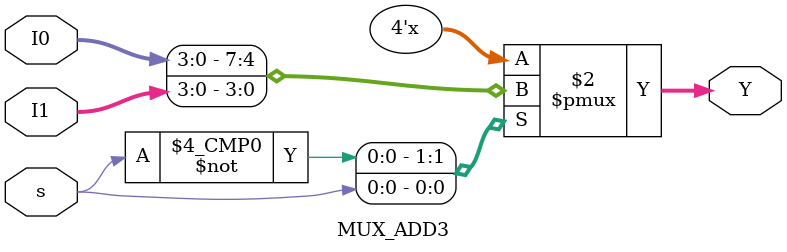
<source format=sv>
module BinToBCD
(
	input [7:0] A,
	output [11:0] B
);

logic [3:0] C1, C2, C3, C4, C5, C6, C7;
logic zero;
 
assign zero = 1'b0;

ADD3 ADD3_1 (.A({zero, A[7:5]}), .B(C1));

ADD3 ADD3_2 (.A({C1[2:0], A[4]}), .B(C2));

ADD3 ADD3_3 (.A({C2[2:0], A[3]}), .B(C3));

ADD3 ADD3_4 (.A({C3[2:0], A[2]}), .B(C4));

ADD3 ADD3_5 (.A({zero, C1[3], C2[3], C3[3]}), .B(C5));

ADD3 ADD3_6 (.A({C4[2:0], A[1]}), .B(C6));

ADD3 ADD3_7 (.A({C5[2:0], C4[3]}), .B(C7));


assign B = {zero, zero, C5[3], C7[3:0], C6[3:0], A[0]};


endmodule 


//-----------------ADD_3_Conditional------------------

module ADD3
(
	input [3:0] A,
	output [3:0] B
);

logic [3:0] three, four;
logic null1, null2, null3, sel;
logic [3:0] sum;

assign three = 4'b0011;
assign four = 4'b0100;

MUX_ADD3	MUX_ADDCondition (.s(sel), .I0(A), .I1(sum), .Y(B));


COMPARATOR_4bits	Compa (.A(A), .B(four), .E(null1), .G(sel), .L(null2));


ADDER_4bits	ADD3 (.A(A), .B(three), .Sum(sum), .Cout(null3));



endmodule 


//-----------------ADD_3_Conditional------------------

module MUX_ADD3
(
	input s,
	input [3:0] I0, I1,
	output [3:0] Y
);


    always @(*) begin
        case (s)
            1'b0: Y = I0;  
            1'b1: Y = I1;   
            default: Y = 4'b0; // Default (invalid case)
        endcase
    end	
	 
endmodule 
</source>
